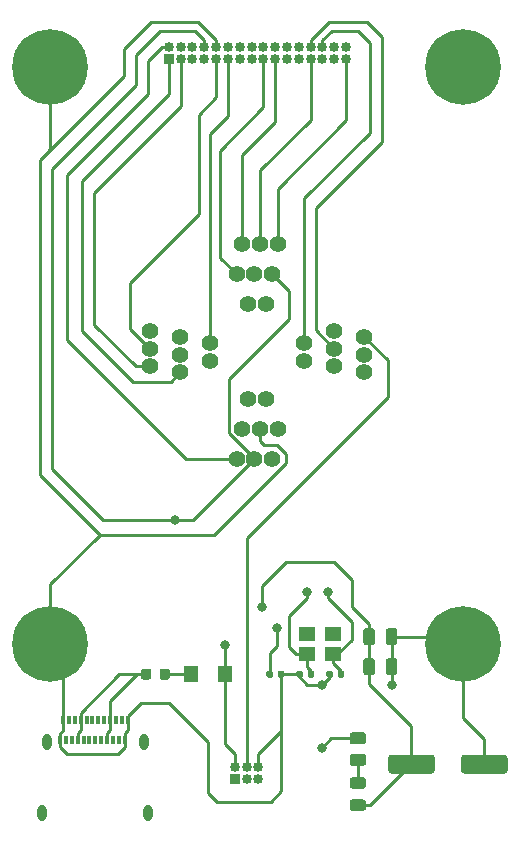
<source format=gbr>
%TF.GenerationSoftware,KiCad,Pcbnew,(5.1.7)-1*%
%TF.CreationDate,2021-11-27T18:52:12+01:00*%
%TF.ProjectId,SFP-32 Clampshell,5346502d-3332-4204-936c-616d70736865,rev?*%
%TF.SameCoordinates,Original*%
%TF.FileFunction,Copper,L1,Top*%
%TF.FilePolarity,Positive*%
%FSLAX46Y46*%
G04 Gerber Fmt 4.6, Leading zero omitted, Abs format (unit mm)*
G04 Created by KiCad (PCBNEW (5.1.7)-1) date 2021-11-27 18:52:12*
%MOMM*%
%LPD*%
G01*
G04 APERTURE LIST*
%TA.AperFunction,ComponentPad*%
%ADD10C,0.800000*%
%TD*%
%TA.AperFunction,ComponentPad*%
%ADD11C,6.400000*%
%TD*%
%TA.AperFunction,SMDPad,CuDef*%
%ADD12R,1.400000X1.200000*%
%TD*%
%TA.AperFunction,ComponentPad*%
%ADD13O,0.850000X0.850000*%
%TD*%
%TA.AperFunction,ComponentPad*%
%ADD14R,0.850000X0.850000*%
%TD*%
%TA.AperFunction,SMDPad,CuDef*%
%ADD15R,0.300000X0.700000*%
%TD*%
%TA.AperFunction,ComponentPad*%
%ADD16O,0.800000X1.400000*%
%TD*%
%TA.AperFunction,SMDPad,CuDef*%
%ADD17R,1.300000X1.400000*%
%TD*%
%TA.AperFunction,ComponentPad*%
%ADD18C,1.400000*%
%TD*%
%TA.AperFunction,ViaPad*%
%ADD19C,0.800000*%
%TD*%
%TA.AperFunction,Conductor*%
%ADD20C,0.250000*%
%TD*%
G04 APERTURE END LIST*
D10*
%TO.P,M3,1*%
%TO.N,5*%
X134412056Y-81487944D03*
X132715000Y-80785000D03*
X131017944Y-81487944D03*
X130315000Y-83185000D03*
X131017944Y-84882056D03*
X132715000Y-85585000D03*
X134412056Y-84882056D03*
X135115000Y-83185000D03*
D11*
X132715000Y-83185000D03*
%TD*%
%TO.P,M3,1*%
%TO.N,5*%
X167640000Y-83185000D03*
D10*
X170040000Y-83185000D03*
X169337056Y-84882056D03*
X167640000Y-85585000D03*
X165942944Y-84882056D03*
X165240000Y-83185000D03*
X165942944Y-81487944D03*
X167640000Y-80785000D03*
X169337056Y-81487944D03*
%TD*%
D11*
%TO.P,M3,1*%
%TO.N,5*%
X132715000Y-34290000D03*
D10*
X135115000Y-34290000D03*
X134412056Y-35987056D03*
X132715000Y-36690000D03*
X131017944Y-35987056D03*
X130315000Y-34290000D03*
X131017944Y-32592944D03*
X132715000Y-31890000D03*
X134412056Y-32592944D03*
%TD*%
%TO.P,M3,1*%
%TO.N,5*%
X169337056Y-32592944D03*
X167640000Y-31890000D03*
X165942944Y-32592944D03*
X165240000Y-34290000D03*
X165942944Y-35987056D03*
X167640000Y-36690000D03*
X169337056Y-35987056D03*
X170040000Y-34290000D03*
D11*
X167640000Y-34290000D03*
%TD*%
D12*
%TO.P,Y1,4*%
%TO.N,N/C*%
X154475000Y-82335000D03*
%TO.P,Y1,3*%
X156675000Y-82335000D03*
%TO.P,Y1,2*%
%TO.N,8*%
X156675000Y-84035000D03*
%TO.P,Y1,1*%
%TO.N,7*%
X154475000Y-84035000D03*
%TD*%
%TO.P,R1,2*%
%TO.N,17*%
%TA.AperFunction,SMDPad,CuDef*%
G36*
G01*
X159200001Y-91675000D02*
X158299999Y-91675000D01*
G75*
G02*
X158050000Y-91425001I0J249999D01*
G01*
X158050000Y-90899999D01*
G75*
G02*
X158299999Y-90650000I249999J0D01*
G01*
X159200001Y-90650000D01*
G75*
G02*
X159450000Y-90899999I0J-249999D01*
G01*
X159450000Y-91425001D01*
G75*
G02*
X159200001Y-91675000I-249999J0D01*
G01*
G37*
%TD.AperFunction*%
%TO.P,R1,1*%
%TO.N,Net-(D2-Pad2)*%
%TA.AperFunction,SMDPad,CuDef*%
G36*
G01*
X159200001Y-93500000D02*
X158299999Y-93500000D01*
G75*
G02*
X158050000Y-93250001I0J249999D01*
G01*
X158050000Y-92724999D01*
G75*
G02*
X158299999Y-92475000I249999J0D01*
G01*
X159200001Y-92475000D01*
G75*
G02*
X159450000Y-92724999I0J-249999D01*
G01*
X159450000Y-93250001D01*
G75*
G02*
X159200001Y-93500000I-249999J0D01*
G01*
G37*
%TD.AperFunction*%
%TD*%
D13*
%TO.P,J3,6*%
%TO.N,5*%
X150336000Y-93615000D03*
%TO.P,J3,5*%
%TO.N,29*%
X150336000Y-94615000D03*
%TO.P,J3,4*%
%TO.N,15*%
X149336000Y-93615000D03*
%TO.P,J3,3*%
%TO.N,17*%
X149336000Y-94615000D03*
%TO.P,J3,2*%
%TO.N,18*%
X148336000Y-93615000D03*
D14*
%TO.P,J3,1*%
%TO.N,16*%
X148336000Y-94615000D03*
%TD*%
D15*
%TO.P,J2,B12*%
%TO.N,5*%
X133525000Y-91295000D03*
%TO.P,J2,B11*%
%TO.N,N/C*%
X134025000Y-91295000D03*
%TO.P,J2,B10*%
X134525000Y-91295000D03*
%TO.P,J2,B9*%
%TO.N,Net-(F1-Pad2)*%
X135025000Y-91295000D03*
%TO.P,J2,B8*%
%TO.N,Net-(J2-PadB8)*%
X135525000Y-91295000D03*
%TO.P,J2,B7*%
%TO.N,Net-(J2-PadB7)*%
X136025000Y-91295000D03*
%TO.P,J2,B6*%
%TO.N,Net-(J2-PadB6)*%
X136525000Y-91295000D03*
%TO.P,J2,B5*%
%TO.N,Net-(J2-PadB5)*%
X137025000Y-91295000D03*
%TO.P,J2,B4*%
%TO.N,Net-(F1-Pad2)*%
X137525000Y-91295000D03*
%TO.P,J2,B3*%
%TO.N,N/C*%
X138025000Y-91295000D03*
%TO.P,J2,B2*%
X138525000Y-91295000D03*
D16*
%TO.P,J2,S1*%
X132035000Y-97455000D03*
X141015000Y-97455000D03*
X140655000Y-91505000D03*
D15*
%TO.P,J2,B1*%
%TO.N,5*%
X139025000Y-91295000D03*
%TO.P,J2,A11*%
%TO.N,N/C*%
X138775000Y-89595000D03*
%TO.P,J2,A8*%
%TO.N,Net-(J2-PadA8)*%
X137275000Y-89595000D03*
%TO.P,J2,A9*%
%TO.N,Net-(F1-Pad2)*%
X137775000Y-89595000D03*
%TO.P,J2,A10*%
%TO.N,N/C*%
X138275000Y-89595000D03*
%TO.P,J2,A12*%
%TO.N,5*%
X139275000Y-89595000D03*
%TO.P,J2,A7*%
%TO.N,Net-(J2-PadA7)*%
X136775000Y-89595000D03*
%TO.P,J2,A6*%
%TO.N,Net-(J2-PadA6)*%
X136275000Y-89595000D03*
%TO.P,J2,A5*%
%TO.N,Net-(J2-PadA5)*%
X135775000Y-89595000D03*
%TO.P,J2,A4*%
%TO.N,Net-(F1-Pad2)*%
X135275000Y-89595000D03*
%TO.P,J2,A3*%
%TO.N,N/C*%
X134775000Y-89595000D03*
%TO.P,J2,A2*%
X134275000Y-89595000D03*
%TO.P,J2,A1*%
%TO.N,5*%
X133775000Y-89595000D03*
D16*
%TO.P,J2,S1*%
%TO.N,N/C*%
X132395000Y-91505000D03*
%TD*%
%TO.P,F1,2*%
%TO.N,Net-(F1-Pad2)*%
%TA.AperFunction,SMDPad,CuDef*%
G36*
G01*
X141255000Y-85468750D02*
X141255000Y-85981250D01*
G75*
G02*
X141036250Y-86200000I-218750J0D01*
G01*
X140598750Y-86200000D01*
G75*
G02*
X140380000Y-85981250I0J218750D01*
G01*
X140380000Y-85468750D01*
G75*
G02*
X140598750Y-85250000I218750J0D01*
G01*
X141036250Y-85250000D01*
G75*
G02*
X141255000Y-85468750I0J-218750D01*
G01*
G37*
%TD.AperFunction*%
%TO.P,F1,1*%
%TO.N,Net-(D1-Pad2)*%
%TA.AperFunction,SMDPad,CuDef*%
G36*
G01*
X142830000Y-85468750D02*
X142830000Y-85981250D01*
G75*
G02*
X142611250Y-86200000I-218750J0D01*
G01*
X142173750Y-86200000D01*
G75*
G02*
X141955000Y-85981250I0J218750D01*
G01*
X141955000Y-85468750D01*
G75*
G02*
X142173750Y-85250000I218750J0D01*
G01*
X142611250Y-85250000D01*
G75*
G02*
X142830000Y-85468750I0J-218750D01*
G01*
G37*
%TD.AperFunction*%
%TD*%
%TO.P,D2,2*%
%TO.N,Net-(D2-Pad2)*%
%TA.AperFunction,SMDPad,CuDef*%
G36*
G01*
X159206250Y-95435000D02*
X158293750Y-95435000D01*
G75*
G02*
X158050000Y-95191250I0J243750D01*
G01*
X158050000Y-94703750D01*
G75*
G02*
X158293750Y-94460000I243750J0D01*
G01*
X159206250Y-94460000D01*
G75*
G02*
X159450000Y-94703750I0J-243750D01*
G01*
X159450000Y-95191250D01*
G75*
G02*
X159206250Y-95435000I-243750J0D01*
G01*
G37*
%TD.AperFunction*%
%TO.P,D2,1*%
%TO.N,18*%
%TA.AperFunction,SMDPad,CuDef*%
G36*
G01*
X159206250Y-97310000D02*
X158293750Y-97310000D01*
G75*
G02*
X158050000Y-97066250I0J243750D01*
G01*
X158050000Y-96578750D01*
G75*
G02*
X158293750Y-96335000I243750J0D01*
G01*
X159206250Y-96335000D01*
G75*
G02*
X159450000Y-96578750I0J-243750D01*
G01*
X159450000Y-97066250D01*
G75*
G02*
X159206250Y-97310000I-243750J0D01*
G01*
G37*
%TD.AperFunction*%
%TD*%
D17*
%TO.P,D1,2*%
%TO.N,Net-(D1-Pad2)*%
X144600000Y-85725000D03*
%TO.P,D1,1*%
%TO.N,18*%
X147500000Y-85725000D03*
%TD*%
%TO.P,C6,2*%
%TO.N,5*%
%TA.AperFunction,SMDPad,CuDef*%
G36*
G01*
X156645000Y-85555000D02*
X156645000Y-85895000D01*
G75*
G02*
X156505000Y-86035000I-140000J0D01*
G01*
X156225000Y-86035000D01*
G75*
G02*
X156085000Y-85895000I0J140000D01*
G01*
X156085000Y-85555000D01*
G75*
G02*
X156225000Y-85415000I140000J0D01*
G01*
X156505000Y-85415000D01*
G75*
G02*
X156645000Y-85555000I0J-140000D01*
G01*
G37*
%TD.AperFunction*%
%TO.P,C6,1*%
%TO.N,8*%
%TA.AperFunction,SMDPad,CuDef*%
G36*
G01*
X157605000Y-85555000D02*
X157605000Y-85895000D01*
G75*
G02*
X157465000Y-86035000I-140000J0D01*
G01*
X157185000Y-86035000D01*
G75*
G02*
X157045000Y-85895000I0J140000D01*
G01*
X157045000Y-85555000D01*
G75*
G02*
X157185000Y-85415000I140000J0D01*
G01*
X157465000Y-85415000D01*
G75*
G02*
X157605000Y-85555000I0J-140000D01*
G01*
G37*
%TD.AperFunction*%
%TD*%
%TO.P,C5,2*%
%TO.N,7*%
%TA.AperFunction,SMDPad,CuDef*%
G36*
G01*
X154505000Y-85895000D02*
X154505000Y-85555000D01*
G75*
G02*
X154645000Y-85415000I140000J0D01*
G01*
X154925000Y-85415000D01*
G75*
G02*
X155065000Y-85555000I0J-140000D01*
G01*
X155065000Y-85895000D01*
G75*
G02*
X154925000Y-86035000I-140000J0D01*
G01*
X154645000Y-86035000D01*
G75*
G02*
X154505000Y-85895000I0J140000D01*
G01*
G37*
%TD.AperFunction*%
%TO.P,C5,1*%
%TO.N,5*%
%TA.AperFunction,SMDPad,CuDef*%
G36*
G01*
X153545000Y-85895000D02*
X153545000Y-85555000D01*
G75*
G02*
X153685000Y-85415000I140000J0D01*
G01*
X153965000Y-85415000D01*
G75*
G02*
X154105000Y-85555000I0J-140000D01*
G01*
X154105000Y-85895000D01*
G75*
G02*
X153965000Y-86035000I-140000J0D01*
G01*
X153685000Y-86035000D01*
G75*
G02*
X153545000Y-85895000I0J140000D01*
G01*
G37*
%TD.AperFunction*%
%TD*%
%TO.P,C4,2*%
%TO.N,5*%
%TA.AperFunction,SMDPad,CuDef*%
G36*
G01*
X151965000Y-85895000D02*
X151965000Y-85555000D01*
G75*
G02*
X152105000Y-85415000I140000J0D01*
G01*
X152385000Y-85415000D01*
G75*
G02*
X152525000Y-85555000I0J-140000D01*
G01*
X152525000Y-85895000D01*
G75*
G02*
X152385000Y-86035000I-140000J0D01*
G01*
X152105000Y-86035000D01*
G75*
G02*
X151965000Y-85895000I0J140000D01*
G01*
G37*
%TD.AperFunction*%
%TO.P,C4,1*%
%TO.N,20*%
%TA.AperFunction,SMDPad,CuDef*%
G36*
G01*
X151005000Y-85895000D02*
X151005000Y-85555000D01*
G75*
G02*
X151145000Y-85415000I140000J0D01*
G01*
X151425000Y-85415000D01*
G75*
G02*
X151565000Y-85555000I0J-140000D01*
G01*
X151565000Y-85895000D01*
G75*
G02*
X151425000Y-86035000I-140000J0D01*
G01*
X151145000Y-86035000D01*
G75*
G02*
X151005000Y-85895000I0J140000D01*
G01*
G37*
%TD.AperFunction*%
%TD*%
%TO.P,C3,2*%
%TO.N,5*%
%TA.AperFunction,SMDPad,CuDef*%
G36*
G01*
X167495000Y-93895000D02*
X167495000Y-92795000D01*
G75*
G02*
X167745000Y-92545000I250000J0D01*
G01*
X171170000Y-92545000D01*
G75*
G02*
X171420000Y-92795000I0J-250000D01*
G01*
X171420000Y-93895000D01*
G75*
G02*
X171170000Y-94145000I-250000J0D01*
G01*
X167745000Y-94145000D01*
G75*
G02*
X167495000Y-93895000I0J250000D01*
G01*
G37*
%TD.AperFunction*%
%TO.P,C3,1*%
%TO.N,18*%
%TA.AperFunction,SMDPad,CuDef*%
G36*
G01*
X161320000Y-93895000D02*
X161320000Y-92795000D01*
G75*
G02*
X161570000Y-92545000I250000J0D01*
G01*
X164995000Y-92545000D01*
G75*
G02*
X165245000Y-92795000I0J-250000D01*
G01*
X165245000Y-93895000D01*
G75*
G02*
X164995000Y-94145000I-250000J0D01*
G01*
X161570000Y-94145000D01*
G75*
G02*
X161320000Y-93895000I0J250000D01*
G01*
G37*
%TD.AperFunction*%
%TD*%
%TO.P,C2,2*%
%TO.N,5*%
%TA.AperFunction,SMDPad,CuDef*%
G36*
G01*
X161105000Y-83025000D02*
X161105000Y-82075000D01*
G75*
G02*
X161355000Y-81825000I250000J0D01*
G01*
X161855000Y-81825000D01*
G75*
G02*
X162105000Y-82075000I0J-250000D01*
G01*
X162105000Y-83025000D01*
G75*
G02*
X161855000Y-83275000I-250000J0D01*
G01*
X161355000Y-83275000D01*
G75*
G02*
X161105000Y-83025000I0J250000D01*
G01*
G37*
%TD.AperFunction*%
%TO.P,C2,1*%
%TO.N,18*%
%TA.AperFunction,SMDPad,CuDef*%
G36*
G01*
X159205000Y-83025000D02*
X159205000Y-82075000D01*
G75*
G02*
X159455000Y-81825000I250000J0D01*
G01*
X159955000Y-81825000D01*
G75*
G02*
X160205000Y-82075000I0J-250000D01*
G01*
X160205000Y-83025000D01*
G75*
G02*
X159955000Y-83275000I-250000J0D01*
G01*
X159455000Y-83275000D01*
G75*
G02*
X159205000Y-83025000I0J250000D01*
G01*
G37*
%TD.AperFunction*%
%TD*%
%TO.P,C1,2*%
%TO.N,5*%
%TA.AperFunction,SMDPad,CuDef*%
G36*
G01*
X161105000Y-85565000D02*
X161105000Y-84615000D01*
G75*
G02*
X161355000Y-84365000I250000J0D01*
G01*
X161855000Y-84365000D01*
G75*
G02*
X162105000Y-84615000I0J-250000D01*
G01*
X162105000Y-85565000D01*
G75*
G02*
X161855000Y-85815000I-250000J0D01*
G01*
X161355000Y-85815000D01*
G75*
G02*
X161105000Y-85565000I0J250000D01*
G01*
G37*
%TD.AperFunction*%
%TO.P,C1,1*%
%TO.N,18*%
%TA.AperFunction,SMDPad,CuDef*%
G36*
G01*
X159205000Y-85565000D02*
X159205000Y-84615000D01*
G75*
G02*
X159455000Y-84365000I250000J0D01*
G01*
X159955000Y-84365000D01*
G75*
G02*
X160205000Y-84615000I0J-250000D01*
G01*
X160205000Y-85565000D01*
G75*
G02*
X159955000Y-85815000I-250000J0D01*
G01*
X159455000Y-85815000D01*
G75*
G02*
X159205000Y-85565000I0J250000D01*
G01*
G37*
%TD.AperFunction*%
%TD*%
D18*
%TO.P,U1,32*%
%TO.N,32*%
X143684999Y-60170000D03*
%TO.P,U1,31*%
%TO.N,31*%
X141144999Y-59670000D03*
%TO.P,U1,30*%
%TO.N,30*%
X146224999Y-59170000D03*
%TO.P,U1,29*%
%TO.N,29*%
X143684999Y-58670000D03*
%TO.P,U1,28*%
%TO.N,28*%
X141144999Y-58170000D03*
%TO.P,U1,27*%
%TO.N,27*%
X146224999Y-57670000D03*
%TO.P,U1,26*%
%TO.N,26*%
X143684999Y-57170000D03*
%TO.P,U1,25*%
%TO.N,25*%
X141144999Y-56670000D03*
%TO.P,U1,24*%
%TO.N,24*%
X148474999Y-51880000D03*
%TO.P,U1,23*%
%TO.N,23*%
X148974999Y-49340000D03*
%TO.P,U1,22*%
%TO.N,22*%
X149474999Y-54420000D03*
%TO.P,U1,21*%
%TO.N,21*%
X149974999Y-51880000D03*
%TO.P,U1,20*%
%TO.N,20*%
X150474999Y-49340000D03*
%TO.P,U1,19*%
%TO.N,19*%
X150974999Y-54420000D03*
%TO.P,U1,18*%
%TO.N,18*%
X151474999Y-51880000D03*
%TO.P,U1,17*%
%TO.N,17*%
X151974999Y-49340000D03*
%TO.P,U1,16*%
%TO.N,16*%
X156764999Y-56670000D03*
%TO.P,U1,15*%
%TO.N,15*%
X159304999Y-57170000D03*
%TO.P,U1,14*%
%TO.N,14*%
X154224999Y-57670000D03*
%TO.P,U1,13*%
%TO.N,13*%
X156764999Y-58170000D03*
%TO.P,U1,12*%
%TO.N,12*%
X159304999Y-58670000D03*
%TO.P,U1,11*%
%TO.N,11*%
X154224999Y-59170000D03*
%TO.P,U1,10*%
%TO.N,10*%
X156764999Y-59670000D03*
%TO.P,U1,9*%
%TO.N,9*%
X159304999Y-60170000D03*
%TO.P,U1,8*%
%TO.N,8*%
X151974999Y-64960000D03*
%TO.P,U1,7*%
%TO.N,7*%
X151474999Y-67500000D03*
%TO.P,U1,6*%
%TO.N,6*%
X150974999Y-62420000D03*
%TO.P,U1,5*%
%TO.N,5*%
X150474999Y-64960000D03*
%TO.P,U1,4*%
%TO.N,18*%
X149974999Y-67500000D03*
%TO.P,U1,3*%
%TO.N,3*%
X149474999Y-62420000D03*
%TO.P,U1,2*%
%TO.N,2*%
X148974999Y-64960000D03*
%TO.P,U1,1*%
%TO.N,1*%
X148474999Y-67500000D03*
%TD*%
D13*
%TO.P,J1,32*%
%TO.N,16*%
X157748000Y-32655000D03*
%TO.P,J1,31*%
%TO.N,17*%
X157748000Y-33655000D03*
%TO.P,J1,30*%
%TO.N,15*%
X156748000Y-32655000D03*
%TO.P,J1,29*%
%TO.N,18*%
X156748000Y-33655000D03*
%TO.P,J1,28*%
%TO.N,14*%
X155748000Y-32655000D03*
%TO.P,J1,27*%
%TO.N,19*%
X155748000Y-33655000D03*
%TO.P,J1,26*%
%TO.N,13*%
X154748000Y-32655000D03*
%TO.P,J1,25*%
%TO.N,20*%
X154748000Y-33655000D03*
%TO.P,J1,24*%
%TO.N,12*%
X153748000Y-32655000D03*
%TO.P,J1,23*%
%TO.N,21*%
X153748000Y-33655000D03*
%TO.P,J1,22*%
%TO.N,11*%
X152748000Y-32655000D03*
%TO.P,J1,21*%
%TO.N,22*%
X152748000Y-33655000D03*
%TO.P,J1,20*%
%TO.N,10*%
X151748000Y-32655000D03*
%TO.P,J1,19*%
%TO.N,23*%
X151748000Y-33655000D03*
%TO.P,J1,18*%
%TO.N,9*%
X150748000Y-32655000D03*
%TO.P,J1,17*%
%TO.N,24*%
X150748000Y-33655000D03*
%TO.P,J1,16*%
%TO.N,8*%
X149748000Y-32655000D03*
%TO.P,J1,15*%
%TO.N,25*%
X149748000Y-33655000D03*
%TO.P,J1,14*%
%TO.N,7*%
X148748000Y-32655000D03*
%TO.P,J1,13*%
%TO.N,26*%
X148748000Y-33655000D03*
%TO.P,J1,12*%
%TO.N,6*%
X147748000Y-32655000D03*
%TO.P,J1,11*%
%TO.N,27*%
X147748000Y-33655000D03*
%TO.P,J1,10*%
%TO.N,5*%
X146748000Y-32655000D03*
%TO.P,J1,9*%
%TO.N,28*%
X146748000Y-33655000D03*
%TO.P,J1,8*%
%TO.N,18*%
X145748000Y-32655000D03*
%TO.P,J1,7*%
%TO.N,29*%
X145748000Y-33655000D03*
%TO.P,J1,6*%
%TO.N,3*%
X144748000Y-32655000D03*
%TO.P,J1,5*%
%TO.N,30*%
X144748000Y-33655000D03*
%TO.P,J1,4*%
%TO.N,2*%
X143748000Y-32655000D03*
%TO.P,J1,3*%
%TO.N,31*%
X143748000Y-33655000D03*
%TO.P,J1,2*%
%TO.N,1*%
X142748000Y-32655000D03*
D14*
%TO.P,J1,1*%
%TO.N,32*%
X142748000Y-33655000D03*
%TD*%
D19*
%TO.N,20*%
X151892000Y-81788000D03*
%TO.N,18*%
X143256000Y-72644000D03*
X147500000Y-83238000D03*
X150622000Y-80010000D03*
%TO.N,17*%
X155702000Y-91948000D03*
%TO.N,8*%
X156210000Y-78740000D03*
%TO.N,7*%
X154432000Y-78740000D03*
%TO.N,5*%
X161605000Y-86675000D03*
X155702000Y-86614000D03*
%TD*%
D20*
%TO.N,32*%
X143684999Y-60170000D02*
X142894999Y-60960000D01*
X142894999Y-60960000D02*
X139700000Y-60960000D01*
X139700000Y-60960000D02*
X135382000Y-56642000D01*
X135382000Y-56642000D02*
X135382000Y-43942000D01*
X142748000Y-36576000D02*
X142748000Y-33655000D01*
X135382000Y-43942000D02*
X142748000Y-36576000D01*
%TO.N,31*%
X141144999Y-59670000D02*
X139934000Y-59670000D01*
X139934000Y-59670000D02*
X136398000Y-56134000D01*
X136398000Y-56134000D02*
X136398000Y-44958000D01*
X143748000Y-37608000D02*
X143748000Y-33655000D01*
X136398000Y-44958000D02*
X143748000Y-37608000D01*
%TO.N,28*%
X141144999Y-58170000D02*
X139446000Y-56471001D01*
X139446000Y-56471001D02*
X139446000Y-52578000D01*
X139446000Y-52578000D02*
X145288000Y-46736000D01*
X145288000Y-46736000D02*
X145288000Y-38354000D01*
X146748000Y-36894000D02*
X146748000Y-33655000D01*
X145288000Y-38354000D02*
X146748000Y-36894000D01*
%TO.N,27*%
X146224999Y-57670000D02*
X146224999Y-39957001D01*
X147748000Y-38434000D02*
X147748000Y-33655000D01*
X146224999Y-39957001D02*
X147748000Y-38434000D01*
%TO.N,24*%
X148474999Y-51880000D02*
X147066000Y-50471001D01*
X147066000Y-50471001D02*
X147066000Y-41402000D01*
X150748000Y-37720000D02*
X150748000Y-33655000D01*
X147066000Y-41402000D02*
X150748000Y-37720000D01*
%TO.N,23*%
X148974999Y-49340000D02*
X148974999Y-41779001D01*
X151748000Y-39006000D02*
X151748000Y-33655000D01*
X148974999Y-41779001D02*
X151748000Y-39006000D01*
%TO.N,20*%
X150474999Y-49340000D02*
X150474999Y-43073001D01*
X154748000Y-38800000D02*
X154748000Y-33655000D01*
X150474999Y-43073001D02*
X154748000Y-38800000D01*
X151285000Y-85725000D02*
X151285000Y-83919000D01*
X151892000Y-83312000D02*
X151892000Y-81788000D01*
X151285000Y-83919000D02*
X151892000Y-83312000D01*
%TO.N,18*%
X144830999Y-72644000D02*
X143256000Y-72644000D01*
X137160000Y-72644000D02*
X132842000Y-68326000D01*
X132842000Y-68326000D02*
X132842000Y-42926000D01*
X132842000Y-42926000D02*
X139954000Y-35814000D01*
X139954000Y-35814000D02*
X139954000Y-33274000D01*
X139954000Y-33274000D02*
X141986000Y-31242000D01*
X145748000Y-32053960D02*
X145748000Y-32655000D01*
X144936040Y-31242000D02*
X145748000Y-32053960D01*
X141986000Y-31242000D02*
X144936040Y-31242000D01*
X152908000Y-53313001D02*
X151474999Y-51880000D01*
X152908000Y-55626000D02*
X152908000Y-53313001D01*
X147828000Y-60706000D02*
X152908000Y-55626000D01*
X147828000Y-65335999D02*
X147828000Y-60706000D01*
X149500000Y-67458000D02*
X149500000Y-67007999D01*
X149542000Y-67500000D02*
X149500000Y-67458000D01*
X149500000Y-67007999D02*
X147828000Y-65335999D01*
X149974999Y-67500000D02*
X149542000Y-67500000D01*
X147500000Y-85725000D02*
X147500000Y-91620000D01*
X148336000Y-92456000D02*
X148336000Y-93615000D01*
X147500000Y-91620000D02*
X148336000Y-92456000D01*
X149974999Y-67500000D02*
X144830999Y-72644000D01*
X143256000Y-72644000D02*
X137160000Y-72644000D01*
X147500000Y-85725000D02*
X147500000Y-83238000D01*
X147500000Y-83238000D02*
X147500000Y-83238000D01*
X159805000Y-96822500D02*
X158750000Y-96822500D01*
X163282500Y-93345000D02*
X159805000Y-96822500D01*
X159705000Y-82550000D02*
X159705000Y-85090000D01*
X159705000Y-85090000D02*
X159705000Y-86553000D01*
X163282500Y-90130500D02*
X163282500Y-93345000D01*
X159705000Y-86553000D02*
X163282500Y-90130500D01*
X159705000Y-82550000D02*
X159705000Y-81473000D01*
X159705000Y-81473000D02*
X158242000Y-80010000D01*
X150622000Y-80010000D02*
X150622000Y-78232000D01*
X150622000Y-78232000D02*
X152654000Y-76200000D01*
X152654000Y-76200000D02*
X156718000Y-76200000D01*
X158242000Y-77724000D02*
X158242000Y-80010000D01*
X156718000Y-76200000D02*
X158242000Y-77724000D01*
%TO.N,17*%
X151974999Y-49340000D02*
X151974999Y-44621001D01*
X157748000Y-38848000D02*
X157748000Y-33655000D01*
X151974999Y-44621001D02*
X157748000Y-38848000D01*
X156487500Y-91162500D02*
X155702000Y-91948000D01*
X158750000Y-91162500D02*
X156487500Y-91162500D01*
%TO.N,15*%
X149336000Y-93615000D02*
X149336000Y-74184000D01*
X149336000Y-74184000D02*
X161290000Y-62230000D01*
X161290000Y-59155001D02*
X159304999Y-57170000D01*
X161290000Y-62230000D02*
X161290000Y-59155001D01*
%TO.N,14*%
X154224999Y-57670000D02*
X154224999Y-45419001D01*
X154224999Y-45419001D02*
X159766000Y-39878000D01*
X159766000Y-39878000D02*
X159766000Y-32258000D01*
X159766000Y-32258000D02*
X158750000Y-31242000D01*
X155748000Y-32053960D02*
X155748000Y-32655000D01*
X156559960Y-31242000D02*
X155748000Y-32053960D01*
X158750000Y-31242000D02*
X156559960Y-31242000D01*
%TO.N,13*%
X156764999Y-58170000D02*
X155194000Y-56599001D01*
X155194000Y-56599001D02*
X155194000Y-46228000D01*
X155194000Y-46228000D02*
X160782000Y-40640000D01*
X160782000Y-40640000D02*
X160782000Y-31750000D01*
X160782000Y-31750000D02*
X159512000Y-30480000D01*
X154748000Y-32053960D02*
X154748000Y-32655000D01*
X156321960Y-30480000D02*
X154748000Y-32053960D01*
X159512000Y-30480000D02*
X156321960Y-30480000D01*
%TO.N,8*%
X156675000Y-84035000D02*
X156675000Y-84793000D01*
X157325000Y-85443000D02*
X157325000Y-85725000D01*
X156675000Y-84793000D02*
X157325000Y-85443000D01*
X156675000Y-84035000D02*
X157011000Y-84035000D01*
X157011000Y-84035000D02*
X158242000Y-82804000D01*
X158242000Y-82804000D02*
X158242000Y-81280000D01*
X158242000Y-81280000D02*
X156210000Y-79248000D01*
X156210000Y-79248000D02*
X156210000Y-78740000D01*
X156210000Y-78740000D02*
X156210000Y-78740000D01*
%TO.N,7*%
X154785000Y-85725000D02*
X154785000Y-85443000D01*
X154475000Y-85133000D02*
X154475000Y-84035000D01*
X154785000Y-85443000D02*
X154475000Y-85133000D01*
X153525000Y-84035000D02*
X152908000Y-83418000D01*
X154475000Y-84035000D02*
X153525000Y-84035000D01*
X152908000Y-83418000D02*
X152908000Y-80772000D01*
X152908000Y-80772000D02*
X154432000Y-79248000D01*
X154432000Y-79248000D02*
X154432000Y-78740000D01*
X154432000Y-78740000D02*
X154432000Y-78740000D01*
%TO.N,5*%
X136906000Y-73914000D02*
X131826000Y-68834000D01*
X131826000Y-68834000D02*
X131826000Y-42164000D01*
X131826000Y-42164000D02*
X138938000Y-35052000D01*
X138938000Y-35052000D02*
X138938000Y-32766000D01*
X138938000Y-32766000D02*
X141224000Y-30480000D01*
X146748000Y-32053960D02*
X146748000Y-32655000D01*
X145174040Y-30480000D02*
X146748000Y-32053960D01*
X141224000Y-30480000D02*
X145174040Y-30480000D01*
X132715000Y-41275000D02*
X131826000Y-42164000D01*
X132715000Y-34290000D02*
X132715000Y-41275000D01*
X139025000Y-91295000D02*
X139025000Y-90718000D01*
X139275000Y-90468000D02*
X139275000Y-89595000D01*
X139025000Y-90718000D02*
X139275000Y-90468000D01*
X133549999Y-90986001D02*
X133549999Y-90732001D01*
X133525000Y-91011000D02*
X133549999Y-90986001D01*
X133525000Y-91295000D02*
X133525000Y-91011000D01*
X133775000Y-90507000D02*
X133775000Y-89595000D01*
X133549999Y-90732001D02*
X133775000Y-90507000D01*
X133775000Y-84245000D02*
X132715000Y-83185000D01*
X133775000Y-89595000D02*
X133775000Y-84245000D01*
X133525000Y-91880002D02*
X134100998Y-92456000D01*
X133525000Y-91295000D02*
X133525000Y-91880002D01*
X139025000Y-91880002D02*
X139025000Y-91295000D01*
X138449002Y-92456000D02*
X139025000Y-91880002D01*
X134100998Y-92456000D02*
X138449002Y-92456000D01*
X132715000Y-78105000D02*
X132715000Y-83185000D01*
X152245000Y-85725000D02*
X152245000Y-90579000D01*
X150336000Y-92488000D02*
X150336000Y-93615000D01*
X152245000Y-90579000D02*
X150336000Y-92488000D01*
X136906000Y-73914000D02*
X132715000Y-78105000D01*
X150819050Y-66294000D02*
X151892000Y-66294000D01*
X146578001Y-73914000D02*
X136906000Y-73914000D01*
X152654000Y-67838001D02*
X146578001Y-73914000D01*
X152654000Y-67056000D02*
X152654000Y-67838001D01*
X151892000Y-66294000D02*
X152654000Y-67056000D01*
X150474999Y-64960000D02*
X150474999Y-65949949D01*
X150474999Y-65949949D02*
X150819050Y-66294000D01*
X167640000Y-83185000D02*
X167640000Y-89408000D01*
X169457500Y-91225500D02*
X169457500Y-93345000D01*
X167640000Y-89408000D02*
X169457500Y-91225500D01*
X161605000Y-82550000D02*
X161605000Y-85090000D01*
X167005000Y-82550000D02*
X167640000Y-83185000D01*
X161605000Y-82550000D02*
X167005000Y-82550000D01*
X153825000Y-85725000D02*
X153825000Y-86007000D01*
X153825000Y-86007000D02*
X154432000Y-86614000D01*
X156365000Y-85725000D02*
X156365000Y-85951000D01*
X155702000Y-86614000D02*
X154432000Y-86614000D01*
X156365000Y-85951000D02*
X155702000Y-86614000D01*
X153825000Y-85725000D02*
X152245000Y-85725000D01*
X161605000Y-85090000D02*
X161605000Y-86675000D01*
X161605000Y-86675000D02*
X161605000Y-86675000D01*
X139275000Y-89237000D02*
X140374000Y-88138000D01*
X139275000Y-89595000D02*
X139275000Y-89237000D01*
X140374000Y-88138000D02*
X142748000Y-88138000D01*
X142748000Y-88138000D02*
X146050000Y-91440000D01*
X146050000Y-91440000D02*
X146050000Y-95758000D01*
X146050000Y-95758000D02*
X146812000Y-96520000D01*
X146812000Y-96520000D02*
X151384000Y-96520000D01*
X152245000Y-95659000D02*
X152245000Y-90579000D01*
X151384000Y-96520000D02*
X152245000Y-95659000D01*
%TO.N,1*%
X148474999Y-67500000D02*
X144208000Y-67500000D01*
X144208000Y-67500000D02*
X134112000Y-57404000D01*
X134112000Y-57404000D02*
X134112000Y-43434000D01*
X134112000Y-43434000D02*
X140970000Y-36576000D01*
X142146960Y-32655000D02*
X142748000Y-32655000D01*
X140970000Y-33831960D02*
X142146960Y-32655000D01*
X140970000Y-36576000D02*
X140970000Y-33831960D01*
%TO.N,Net-(D1-Pad2)*%
X142392500Y-85725000D02*
X144600000Y-85725000D01*
%TO.N,Net-(D2-Pad2)*%
X158750000Y-92987500D02*
X158750000Y-94947500D01*
%TO.N,Net-(F1-Pad2)*%
X137775000Y-90445000D02*
X137775000Y-89595000D01*
X137525000Y-90695000D02*
X137775000Y-90445000D01*
X137525000Y-91295000D02*
X137525000Y-90695000D01*
X135275000Y-90459998D02*
X135275000Y-89595000D01*
X135025000Y-90709998D02*
X135275000Y-90459998D01*
X135025000Y-91295000D02*
X135025000Y-90709998D01*
X137775000Y-89595000D02*
X137775000Y-88031000D01*
X140081000Y-85725000D02*
X140817500Y-85725000D01*
X137775000Y-88031000D02*
X140081000Y-85725000D01*
X138545000Y-85725000D02*
X140081000Y-85725000D01*
X135275000Y-88995000D02*
X138545000Y-85725000D01*
X135275000Y-89595000D02*
X135275000Y-88995000D01*
%TD*%
M02*

</source>
